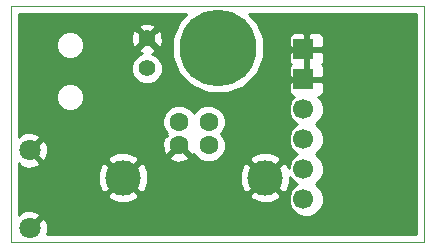
<source format=gbl>
G04 #@! TF.FileFunction,Copper,L2,Bot,Signal*
%FSLAX46Y46*%
G04 Gerber Fmt 4.6, Leading zero omitted, Abs format (unit mm)*
G04 Created by KiCad (PCBNEW 0.201501310101+5397~21~ubuntu14.10.1-product) date Sunday 01 February 2015 07:02:42 PM IST*
%MOMM*%
G01*
G04 APERTURE LIST*
%ADD10C,0.100000*%
%ADD11C,6.500000*%
%ADD12C,1.800000*%
%ADD13C,1.397000*%
%ADD14R,1.700000X1.700000*%
%ADD15C,1.700000*%
%ADD16C,1.600000*%
%ADD17C,3.000000*%
%ADD18C,0.254000*%
G04 APERTURE END LIST*
D10*
X29500000Y-44500000D02*
X29500000Y-24500000D01*
X64500000Y-44500000D02*
X29500000Y-44500000D01*
X64500000Y-24500000D02*
X64500000Y-44500000D01*
X29500000Y-24500000D02*
X64500000Y-24500000D01*
D11*
X47000000Y-28000000D03*
D12*
X31075000Y-36700000D03*
X31075000Y-43300000D03*
D13*
X41000000Y-29770000D03*
X41000000Y-27230000D03*
D14*
X54250000Y-28150000D03*
X54250000Y-30690000D03*
D15*
X54250000Y-33230000D03*
X54250000Y-35770000D03*
X54250000Y-38310000D03*
X54250000Y-40850000D03*
D16*
X43750000Y-34290000D03*
X46250000Y-34290000D03*
X46250000Y-36290000D03*
X43750000Y-36290000D03*
D17*
X38980000Y-39000000D03*
X51020000Y-39000000D03*
D18*
G36*
X63815000Y-43815000D02*
X55985257Y-43815000D01*
X55985257Y-40555911D01*
X55759656Y-40009914D01*
X55342283Y-39591812D01*
X55314442Y-39580251D01*
X55340086Y-39569656D01*
X55758188Y-39152283D01*
X55984742Y-38606681D01*
X55985257Y-38015911D01*
X55759656Y-37469914D01*
X55342283Y-37051812D01*
X55314442Y-37040251D01*
X55340086Y-37029656D01*
X55758188Y-36612283D01*
X55984742Y-36066681D01*
X55985257Y-35475911D01*
X55759656Y-34929914D01*
X55342283Y-34511812D01*
X55314442Y-34500251D01*
X55340086Y-34489656D01*
X55758188Y-34072283D01*
X55984742Y-33526681D01*
X55985257Y-32935911D01*
X55759656Y-32389914D01*
X55524988Y-32154836D01*
X55709699Y-32078327D01*
X55888327Y-31899698D01*
X55985000Y-31666309D01*
X55985000Y-30975750D01*
X55985000Y-30404250D01*
X55985000Y-29713691D01*
X55888327Y-29480302D01*
X55828025Y-29420000D01*
X55888327Y-29359698D01*
X55985000Y-29126309D01*
X55985000Y-28435750D01*
X55985000Y-27864250D01*
X55985000Y-27173691D01*
X55888327Y-26940302D01*
X55709699Y-26761673D01*
X55476310Y-26665000D01*
X55223691Y-26665000D01*
X54785750Y-26665000D01*
X54627000Y-26823750D01*
X54627000Y-28023000D01*
X55826250Y-28023000D01*
X55985000Y-27864250D01*
X55985000Y-28435750D01*
X55826250Y-28277000D01*
X54627000Y-28277000D01*
X54627000Y-29363750D01*
X54627000Y-29476250D01*
X54627000Y-30563000D01*
X55826250Y-30563000D01*
X55985000Y-30404250D01*
X55985000Y-30975750D01*
X55826250Y-30817000D01*
X54627000Y-30817000D01*
X54627000Y-30837000D01*
X54373000Y-30837000D01*
X54373000Y-30817000D01*
X54373000Y-30563000D01*
X54373000Y-29476250D01*
X54373000Y-29363750D01*
X54373000Y-28277000D01*
X54373000Y-28023000D01*
X54373000Y-26823750D01*
X54214250Y-26665000D01*
X53776309Y-26665000D01*
X53523690Y-26665000D01*
X53290301Y-26761673D01*
X53111673Y-26940302D01*
X53015000Y-27173691D01*
X53015000Y-27864250D01*
X53173750Y-28023000D01*
X54373000Y-28023000D01*
X54373000Y-28277000D01*
X53173750Y-28277000D01*
X53015000Y-28435750D01*
X53015000Y-29126309D01*
X53111673Y-29359698D01*
X53171974Y-29420000D01*
X53111673Y-29480302D01*
X53015000Y-29713691D01*
X53015000Y-30404250D01*
X53173750Y-30563000D01*
X54373000Y-30563000D01*
X54373000Y-30817000D01*
X53173750Y-30817000D01*
X53015000Y-30975750D01*
X53015000Y-31666309D01*
X53111673Y-31899698D01*
X53290301Y-32078327D01*
X53475073Y-32154862D01*
X53241812Y-32387717D01*
X53015258Y-32933319D01*
X53014743Y-33524089D01*
X53240344Y-34070086D01*
X53657717Y-34488188D01*
X53685557Y-34499748D01*
X53659914Y-34510344D01*
X53241812Y-34927717D01*
X53015258Y-35473319D01*
X53014743Y-36064089D01*
X53240344Y-36610086D01*
X53657717Y-37028188D01*
X53685557Y-37039748D01*
X53659914Y-37050344D01*
X53241812Y-37467717D01*
X53015258Y-38013319D01*
X53015080Y-38217344D01*
X52852739Y-37825418D01*
X52533970Y-37665635D01*
X52354365Y-37845240D01*
X52354365Y-37486030D01*
X52194582Y-37167261D01*
X51403813Y-36857277D01*
X50554613Y-36873503D01*
X49845418Y-37167261D01*
X49685635Y-37486030D01*
X51020000Y-38820395D01*
X52354365Y-37486030D01*
X52354365Y-37845240D01*
X51199605Y-39000000D01*
X52533970Y-40334365D01*
X52852739Y-40174582D01*
X53162723Y-39383813D01*
X53154277Y-38941787D01*
X53240344Y-39150086D01*
X53657717Y-39568188D01*
X53685557Y-39579748D01*
X53659914Y-39590344D01*
X53241812Y-40007717D01*
X53015258Y-40553319D01*
X53014743Y-41144089D01*
X53240344Y-41690086D01*
X53657717Y-42108188D01*
X54203319Y-42334742D01*
X54794089Y-42335257D01*
X55340086Y-42109656D01*
X55758188Y-41692283D01*
X55984742Y-41146681D01*
X55985257Y-40555911D01*
X55985257Y-43815000D01*
X52354365Y-43815000D01*
X52354365Y-40513970D01*
X51020000Y-39179605D01*
X50840395Y-39359210D01*
X50840395Y-39000000D01*
X49506030Y-37665635D01*
X49187261Y-37825418D01*
X48877277Y-38616187D01*
X48893503Y-39465387D01*
X49187261Y-40174582D01*
X49506030Y-40334365D01*
X50840395Y-39000000D01*
X50840395Y-39359210D01*
X49685635Y-40513970D01*
X49845418Y-40832739D01*
X50636187Y-41142723D01*
X51485387Y-41126497D01*
X52194582Y-40832739D01*
X52354365Y-40513970D01*
X52354365Y-43815000D01*
X47685248Y-43815000D01*
X47685248Y-36005813D01*
X47467243Y-35478200D01*
X47279396Y-35290025D01*
X47465824Y-35103923D01*
X47684750Y-34576691D01*
X47685248Y-34005813D01*
X47467243Y-33478200D01*
X47063923Y-33074176D01*
X46536691Y-32855250D01*
X45965813Y-32854752D01*
X45438200Y-33072757D01*
X45034176Y-33476077D01*
X45000187Y-33557931D01*
X44967243Y-33478200D01*
X44563923Y-33074176D01*
X44036691Y-32855250D01*
X43465813Y-32854752D01*
X42938200Y-33072757D01*
X42534176Y-33476077D01*
X42345927Y-33929430D01*
X42345927Y-27422520D01*
X42317148Y-26892801D01*
X42169800Y-26537071D01*
X41934188Y-26475417D01*
X41754583Y-26655022D01*
X41754583Y-26295812D01*
X41692929Y-26060200D01*
X41192520Y-25884073D01*
X40662801Y-25912852D01*
X40307071Y-26060200D01*
X40245417Y-26295812D01*
X41000000Y-27050395D01*
X41754583Y-26295812D01*
X41754583Y-26655022D01*
X41179605Y-27230000D01*
X41934188Y-27984583D01*
X42169800Y-27922929D01*
X42345927Y-27422520D01*
X42345927Y-33929430D01*
X42333731Y-33958801D01*
X42333731Y-29505914D01*
X42131146Y-29015620D01*
X41756353Y-28640173D01*
X41434881Y-28506686D01*
X41692929Y-28399800D01*
X41754583Y-28164188D01*
X41000000Y-27409605D01*
X40820395Y-27589210D01*
X40820395Y-27230000D01*
X40065812Y-26475417D01*
X39830200Y-26537071D01*
X39654073Y-27037480D01*
X39682852Y-27567199D01*
X39830200Y-27922929D01*
X40065812Y-27984583D01*
X40820395Y-27230000D01*
X40820395Y-27589210D01*
X40245417Y-28164188D01*
X40307071Y-28399800D01*
X40586311Y-28498083D01*
X40245620Y-28638854D01*
X39870173Y-29013647D01*
X39666732Y-29503587D01*
X39666269Y-30034086D01*
X39868854Y-30524380D01*
X40243647Y-30899827D01*
X40733587Y-31103268D01*
X41264086Y-31103731D01*
X41754380Y-30901146D01*
X42129827Y-30526353D01*
X42333268Y-30036413D01*
X42333731Y-29505914D01*
X42333731Y-33958801D01*
X42315250Y-34003309D01*
X42314752Y-34574187D01*
X42532757Y-35101800D01*
X42702512Y-35271851D01*
X42627378Y-35346986D01*
X42742253Y-35461861D01*
X42496136Y-35535995D01*
X42303035Y-36073223D01*
X42330222Y-36643454D01*
X42496136Y-37044005D01*
X42742255Y-37118139D01*
X43570395Y-36290000D01*
X43556252Y-36275857D01*
X43735857Y-36096252D01*
X43750000Y-36110395D01*
X43764142Y-36096252D01*
X43943747Y-36275857D01*
X43929605Y-36290000D01*
X44757745Y-37118139D01*
X45003864Y-37044005D01*
X45006195Y-37037517D01*
X45032757Y-37101800D01*
X45436077Y-37505824D01*
X45963309Y-37724750D01*
X46534187Y-37725248D01*
X47061800Y-37507243D01*
X47465824Y-37103923D01*
X47684750Y-36576691D01*
X47685248Y-36005813D01*
X47685248Y-43815000D01*
X44578139Y-43815000D01*
X44578139Y-37297745D01*
X43750000Y-36469605D01*
X43570395Y-36649210D01*
X42921861Y-37297745D01*
X42995995Y-37543864D01*
X43533223Y-37736965D01*
X44103454Y-37709778D01*
X44504005Y-37543864D01*
X44578139Y-37297745D01*
X44578139Y-43815000D01*
X41122723Y-43815000D01*
X41122723Y-39383813D01*
X41106497Y-38534613D01*
X40812739Y-37825418D01*
X40493970Y-37665635D01*
X40314365Y-37845240D01*
X40314365Y-37486030D01*
X40154582Y-37167261D01*
X39363813Y-36857277D01*
X38514613Y-36873503D01*
X37805418Y-37167261D01*
X37645635Y-37486030D01*
X38980000Y-38820395D01*
X40314365Y-37486030D01*
X40314365Y-37845240D01*
X39159605Y-39000000D01*
X40493970Y-40334365D01*
X40812739Y-40174582D01*
X41122723Y-39383813D01*
X41122723Y-43815000D01*
X40314365Y-43815000D01*
X40314365Y-40513970D01*
X38980000Y-39179605D01*
X38800395Y-39359210D01*
X38800395Y-39000000D01*
X37466030Y-37665635D01*
X37147261Y-37825418D01*
X36837277Y-38616187D01*
X36853503Y-39465387D01*
X37147261Y-40174582D01*
X37466030Y-40334365D01*
X38800395Y-39000000D01*
X38800395Y-39359210D01*
X37645635Y-40513970D01*
X37805418Y-40832739D01*
X38596187Y-41142723D01*
X39445387Y-41126497D01*
X40154582Y-40832739D01*
X40314365Y-40513970D01*
X40314365Y-43815000D01*
X35685206Y-43815000D01*
X35685206Y-31965323D01*
X35685206Y-27565323D01*
X35505180Y-27129628D01*
X35172125Y-26795991D01*
X34736745Y-26615206D01*
X34265323Y-26614794D01*
X33829628Y-26794820D01*
X33495991Y-27127875D01*
X33315206Y-27563255D01*
X33314794Y-28034677D01*
X33494820Y-28470372D01*
X33827875Y-28804009D01*
X34263255Y-28984794D01*
X34734677Y-28985206D01*
X35170372Y-28805180D01*
X35504009Y-28472125D01*
X35684794Y-28036745D01*
X35685206Y-27565323D01*
X35685206Y-31965323D01*
X35505180Y-31529628D01*
X35172125Y-31195991D01*
X34736745Y-31015206D01*
X34265323Y-31014794D01*
X33829628Y-31194820D01*
X33495991Y-31527875D01*
X33315206Y-31963255D01*
X33314794Y-32434677D01*
X33494820Y-32870372D01*
X33827875Y-33204009D01*
X34263255Y-33384794D01*
X34734677Y-33385206D01*
X35170372Y-33205180D01*
X35504009Y-32872125D01*
X35684794Y-32436745D01*
X35685206Y-31965323D01*
X35685206Y-43815000D01*
X32521089Y-43815000D01*
X32621458Y-43540664D01*
X32621458Y-36940664D01*
X32595839Y-36330540D01*
X32411643Y-35885852D01*
X32155159Y-35799446D01*
X31254605Y-36700000D01*
X32155159Y-37600554D01*
X32411643Y-37514148D01*
X32621458Y-36940664D01*
X32621458Y-43540664D01*
X32595839Y-42930540D01*
X32411643Y-42485852D01*
X32155159Y-42399446D01*
X31254605Y-43300000D01*
X31268747Y-43314142D01*
X31089142Y-43493747D01*
X31075000Y-43479605D01*
X31060857Y-43493747D01*
X30881252Y-43314142D01*
X30895395Y-43300000D01*
X30881252Y-43285857D01*
X31060857Y-43106252D01*
X31075000Y-43120395D01*
X31975554Y-42219841D01*
X31889148Y-41963357D01*
X31315664Y-41753542D01*
X30705540Y-41779161D01*
X30260852Y-41963357D01*
X30185000Y-42188512D01*
X30185000Y-37811487D01*
X30260852Y-38036643D01*
X30834336Y-38246458D01*
X31444460Y-38220839D01*
X31889148Y-38036643D01*
X31975554Y-37780159D01*
X31075000Y-36879605D01*
X31060857Y-36893747D01*
X30881252Y-36714142D01*
X30895395Y-36700000D01*
X30881252Y-36685857D01*
X31060857Y-36506252D01*
X31075000Y-36520395D01*
X31975554Y-35619841D01*
X31889148Y-35363357D01*
X31315664Y-35153542D01*
X30705540Y-35179161D01*
X30260852Y-35363357D01*
X30185000Y-35588512D01*
X30185000Y-25185000D01*
X44320896Y-25185000D01*
X43708377Y-25796451D01*
X43115676Y-27223835D01*
X43114327Y-28769384D01*
X43704537Y-30197801D01*
X44796451Y-31291623D01*
X46223835Y-31884324D01*
X47769384Y-31885673D01*
X49197801Y-31295463D01*
X50291623Y-30203549D01*
X50884324Y-28776165D01*
X50885673Y-27230616D01*
X50295463Y-25802199D01*
X49679340Y-25185000D01*
X63815000Y-25185000D01*
X63815000Y-43815000D01*
X63815000Y-43815000D01*
G37*
X63815000Y-43815000D02*
X55985257Y-43815000D01*
X55985257Y-40555911D01*
X55759656Y-40009914D01*
X55342283Y-39591812D01*
X55314442Y-39580251D01*
X55340086Y-39569656D01*
X55758188Y-39152283D01*
X55984742Y-38606681D01*
X55985257Y-38015911D01*
X55759656Y-37469914D01*
X55342283Y-37051812D01*
X55314442Y-37040251D01*
X55340086Y-37029656D01*
X55758188Y-36612283D01*
X55984742Y-36066681D01*
X55985257Y-35475911D01*
X55759656Y-34929914D01*
X55342283Y-34511812D01*
X55314442Y-34500251D01*
X55340086Y-34489656D01*
X55758188Y-34072283D01*
X55984742Y-33526681D01*
X55985257Y-32935911D01*
X55759656Y-32389914D01*
X55524988Y-32154836D01*
X55709699Y-32078327D01*
X55888327Y-31899698D01*
X55985000Y-31666309D01*
X55985000Y-30975750D01*
X55985000Y-30404250D01*
X55985000Y-29713691D01*
X55888327Y-29480302D01*
X55828025Y-29420000D01*
X55888327Y-29359698D01*
X55985000Y-29126309D01*
X55985000Y-28435750D01*
X55985000Y-27864250D01*
X55985000Y-27173691D01*
X55888327Y-26940302D01*
X55709699Y-26761673D01*
X55476310Y-26665000D01*
X55223691Y-26665000D01*
X54785750Y-26665000D01*
X54627000Y-26823750D01*
X54627000Y-28023000D01*
X55826250Y-28023000D01*
X55985000Y-27864250D01*
X55985000Y-28435750D01*
X55826250Y-28277000D01*
X54627000Y-28277000D01*
X54627000Y-29363750D01*
X54627000Y-29476250D01*
X54627000Y-30563000D01*
X55826250Y-30563000D01*
X55985000Y-30404250D01*
X55985000Y-30975750D01*
X55826250Y-30817000D01*
X54627000Y-30817000D01*
X54627000Y-30837000D01*
X54373000Y-30837000D01*
X54373000Y-30817000D01*
X54373000Y-30563000D01*
X54373000Y-29476250D01*
X54373000Y-29363750D01*
X54373000Y-28277000D01*
X54373000Y-28023000D01*
X54373000Y-26823750D01*
X54214250Y-26665000D01*
X53776309Y-26665000D01*
X53523690Y-26665000D01*
X53290301Y-26761673D01*
X53111673Y-26940302D01*
X53015000Y-27173691D01*
X53015000Y-27864250D01*
X53173750Y-28023000D01*
X54373000Y-28023000D01*
X54373000Y-28277000D01*
X53173750Y-28277000D01*
X53015000Y-28435750D01*
X53015000Y-29126309D01*
X53111673Y-29359698D01*
X53171974Y-29420000D01*
X53111673Y-29480302D01*
X53015000Y-29713691D01*
X53015000Y-30404250D01*
X53173750Y-30563000D01*
X54373000Y-30563000D01*
X54373000Y-30817000D01*
X53173750Y-30817000D01*
X53015000Y-30975750D01*
X53015000Y-31666309D01*
X53111673Y-31899698D01*
X53290301Y-32078327D01*
X53475073Y-32154862D01*
X53241812Y-32387717D01*
X53015258Y-32933319D01*
X53014743Y-33524089D01*
X53240344Y-34070086D01*
X53657717Y-34488188D01*
X53685557Y-34499748D01*
X53659914Y-34510344D01*
X53241812Y-34927717D01*
X53015258Y-35473319D01*
X53014743Y-36064089D01*
X53240344Y-36610086D01*
X53657717Y-37028188D01*
X53685557Y-37039748D01*
X53659914Y-37050344D01*
X53241812Y-37467717D01*
X53015258Y-38013319D01*
X53015080Y-38217344D01*
X52852739Y-37825418D01*
X52533970Y-37665635D01*
X52354365Y-37845240D01*
X52354365Y-37486030D01*
X52194582Y-37167261D01*
X51403813Y-36857277D01*
X50554613Y-36873503D01*
X49845418Y-37167261D01*
X49685635Y-37486030D01*
X51020000Y-38820395D01*
X52354365Y-37486030D01*
X52354365Y-37845240D01*
X51199605Y-39000000D01*
X52533970Y-40334365D01*
X52852739Y-40174582D01*
X53162723Y-39383813D01*
X53154277Y-38941787D01*
X53240344Y-39150086D01*
X53657717Y-39568188D01*
X53685557Y-39579748D01*
X53659914Y-39590344D01*
X53241812Y-40007717D01*
X53015258Y-40553319D01*
X53014743Y-41144089D01*
X53240344Y-41690086D01*
X53657717Y-42108188D01*
X54203319Y-42334742D01*
X54794089Y-42335257D01*
X55340086Y-42109656D01*
X55758188Y-41692283D01*
X55984742Y-41146681D01*
X55985257Y-40555911D01*
X55985257Y-43815000D01*
X52354365Y-43815000D01*
X52354365Y-40513970D01*
X51020000Y-39179605D01*
X50840395Y-39359210D01*
X50840395Y-39000000D01*
X49506030Y-37665635D01*
X49187261Y-37825418D01*
X48877277Y-38616187D01*
X48893503Y-39465387D01*
X49187261Y-40174582D01*
X49506030Y-40334365D01*
X50840395Y-39000000D01*
X50840395Y-39359210D01*
X49685635Y-40513970D01*
X49845418Y-40832739D01*
X50636187Y-41142723D01*
X51485387Y-41126497D01*
X52194582Y-40832739D01*
X52354365Y-40513970D01*
X52354365Y-43815000D01*
X47685248Y-43815000D01*
X47685248Y-36005813D01*
X47467243Y-35478200D01*
X47279396Y-35290025D01*
X47465824Y-35103923D01*
X47684750Y-34576691D01*
X47685248Y-34005813D01*
X47467243Y-33478200D01*
X47063923Y-33074176D01*
X46536691Y-32855250D01*
X45965813Y-32854752D01*
X45438200Y-33072757D01*
X45034176Y-33476077D01*
X45000187Y-33557931D01*
X44967243Y-33478200D01*
X44563923Y-33074176D01*
X44036691Y-32855250D01*
X43465813Y-32854752D01*
X42938200Y-33072757D01*
X42534176Y-33476077D01*
X42345927Y-33929430D01*
X42345927Y-27422520D01*
X42317148Y-26892801D01*
X42169800Y-26537071D01*
X41934188Y-26475417D01*
X41754583Y-26655022D01*
X41754583Y-26295812D01*
X41692929Y-26060200D01*
X41192520Y-25884073D01*
X40662801Y-25912852D01*
X40307071Y-26060200D01*
X40245417Y-26295812D01*
X41000000Y-27050395D01*
X41754583Y-26295812D01*
X41754583Y-26655022D01*
X41179605Y-27230000D01*
X41934188Y-27984583D01*
X42169800Y-27922929D01*
X42345927Y-27422520D01*
X42345927Y-33929430D01*
X42333731Y-33958801D01*
X42333731Y-29505914D01*
X42131146Y-29015620D01*
X41756353Y-28640173D01*
X41434881Y-28506686D01*
X41692929Y-28399800D01*
X41754583Y-28164188D01*
X41000000Y-27409605D01*
X40820395Y-27589210D01*
X40820395Y-27230000D01*
X40065812Y-26475417D01*
X39830200Y-26537071D01*
X39654073Y-27037480D01*
X39682852Y-27567199D01*
X39830200Y-27922929D01*
X40065812Y-27984583D01*
X40820395Y-27230000D01*
X40820395Y-27589210D01*
X40245417Y-28164188D01*
X40307071Y-28399800D01*
X40586311Y-28498083D01*
X40245620Y-28638854D01*
X39870173Y-29013647D01*
X39666732Y-29503587D01*
X39666269Y-30034086D01*
X39868854Y-30524380D01*
X40243647Y-30899827D01*
X40733587Y-31103268D01*
X41264086Y-31103731D01*
X41754380Y-30901146D01*
X42129827Y-30526353D01*
X42333268Y-30036413D01*
X42333731Y-29505914D01*
X42333731Y-33958801D01*
X42315250Y-34003309D01*
X42314752Y-34574187D01*
X42532757Y-35101800D01*
X42702512Y-35271851D01*
X42627378Y-35346986D01*
X42742253Y-35461861D01*
X42496136Y-35535995D01*
X42303035Y-36073223D01*
X42330222Y-36643454D01*
X42496136Y-37044005D01*
X42742255Y-37118139D01*
X43570395Y-36290000D01*
X43556252Y-36275857D01*
X43735857Y-36096252D01*
X43750000Y-36110395D01*
X43764142Y-36096252D01*
X43943747Y-36275857D01*
X43929605Y-36290000D01*
X44757745Y-37118139D01*
X45003864Y-37044005D01*
X45006195Y-37037517D01*
X45032757Y-37101800D01*
X45436077Y-37505824D01*
X45963309Y-37724750D01*
X46534187Y-37725248D01*
X47061800Y-37507243D01*
X47465824Y-37103923D01*
X47684750Y-36576691D01*
X47685248Y-36005813D01*
X47685248Y-43815000D01*
X44578139Y-43815000D01*
X44578139Y-37297745D01*
X43750000Y-36469605D01*
X43570395Y-36649210D01*
X42921861Y-37297745D01*
X42995995Y-37543864D01*
X43533223Y-37736965D01*
X44103454Y-37709778D01*
X44504005Y-37543864D01*
X44578139Y-37297745D01*
X44578139Y-43815000D01*
X41122723Y-43815000D01*
X41122723Y-39383813D01*
X41106497Y-38534613D01*
X40812739Y-37825418D01*
X40493970Y-37665635D01*
X40314365Y-37845240D01*
X40314365Y-37486030D01*
X40154582Y-37167261D01*
X39363813Y-36857277D01*
X38514613Y-36873503D01*
X37805418Y-37167261D01*
X37645635Y-37486030D01*
X38980000Y-38820395D01*
X40314365Y-37486030D01*
X40314365Y-37845240D01*
X39159605Y-39000000D01*
X40493970Y-40334365D01*
X40812739Y-40174582D01*
X41122723Y-39383813D01*
X41122723Y-43815000D01*
X40314365Y-43815000D01*
X40314365Y-40513970D01*
X38980000Y-39179605D01*
X38800395Y-39359210D01*
X38800395Y-39000000D01*
X37466030Y-37665635D01*
X37147261Y-37825418D01*
X36837277Y-38616187D01*
X36853503Y-39465387D01*
X37147261Y-40174582D01*
X37466030Y-40334365D01*
X38800395Y-39000000D01*
X38800395Y-39359210D01*
X37645635Y-40513970D01*
X37805418Y-40832739D01*
X38596187Y-41142723D01*
X39445387Y-41126497D01*
X40154582Y-40832739D01*
X40314365Y-40513970D01*
X40314365Y-43815000D01*
X35685206Y-43815000D01*
X35685206Y-31965323D01*
X35685206Y-27565323D01*
X35505180Y-27129628D01*
X35172125Y-26795991D01*
X34736745Y-26615206D01*
X34265323Y-26614794D01*
X33829628Y-26794820D01*
X33495991Y-27127875D01*
X33315206Y-27563255D01*
X33314794Y-28034677D01*
X33494820Y-28470372D01*
X33827875Y-28804009D01*
X34263255Y-28984794D01*
X34734677Y-28985206D01*
X35170372Y-28805180D01*
X35504009Y-28472125D01*
X35684794Y-28036745D01*
X35685206Y-27565323D01*
X35685206Y-31965323D01*
X35505180Y-31529628D01*
X35172125Y-31195991D01*
X34736745Y-31015206D01*
X34265323Y-31014794D01*
X33829628Y-31194820D01*
X33495991Y-31527875D01*
X33315206Y-31963255D01*
X33314794Y-32434677D01*
X33494820Y-32870372D01*
X33827875Y-33204009D01*
X34263255Y-33384794D01*
X34734677Y-33385206D01*
X35170372Y-33205180D01*
X35504009Y-32872125D01*
X35684794Y-32436745D01*
X35685206Y-31965323D01*
X35685206Y-43815000D01*
X32521089Y-43815000D01*
X32621458Y-43540664D01*
X32621458Y-36940664D01*
X32595839Y-36330540D01*
X32411643Y-35885852D01*
X32155159Y-35799446D01*
X31254605Y-36700000D01*
X32155159Y-37600554D01*
X32411643Y-37514148D01*
X32621458Y-36940664D01*
X32621458Y-43540664D01*
X32595839Y-42930540D01*
X32411643Y-42485852D01*
X32155159Y-42399446D01*
X31254605Y-43300000D01*
X31268747Y-43314142D01*
X31089142Y-43493747D01*
X31075000Y-43479605D01*
X31060857Y-43493747D01*
X30881252Y-43314142D01*
X30895395Y-43300000D01*
X30881252Y-43285857D01*
X31060857Y-43106252D01*
X31075000Y-43120395D01*
X31975554Y-42219841D01*
X31889148Y-41963357D01*
X31315664Y-41753542D01*
X30705540Y-41779161D01*
X30260852Y-41963357D01*
X30185000Y-42188512D01*
X30185000Y-37811487D01*
X30260852Y-38036643D01*
X30834336Y-38246458D01*
X31444460Y-38220839D01*
X31889148Y-38036643D01*
X31975554Y-37780159D01*
X31075000Y-36879605D01*
X31060857Y-36893747D01*
X30881252Y-36714142D01*
X30895395Y-36700000D01*
X30881252Y-36685857D01*
X31060857Y-36506252D01*
X31075000Y-36520395D01*
X31975554Y-35619841D01*
X31889148Y-35363357D01*
X31315664Y-35153542D01*
X30705540Y-35179161D01*
X30260852Y-35363357D01*
X30185000Y-35588512D01*
X30185000Y-25185000D01*
X44320896Y-25185000D01*
X43708377Y-25796451D01*
X43115676Y-27223835D01*
X43114327Y-28769384D01*
X43704537Y-30197801D01*
X44796451Y-31291623D01*
X46223835Y-31884324D01*
X47769384Y-31885673D01*
X49197801Y-31295463D01*
X50291623Y-30203549D01*
X50884324Y-28776165D01*
X50885673Y-27230616D01*
X50295463Y-25802199D01*
X49679340Y-25185000D01*
X63815000Y-25185000D01*
X63815000Y-43815000D01*
M02*

</source>
